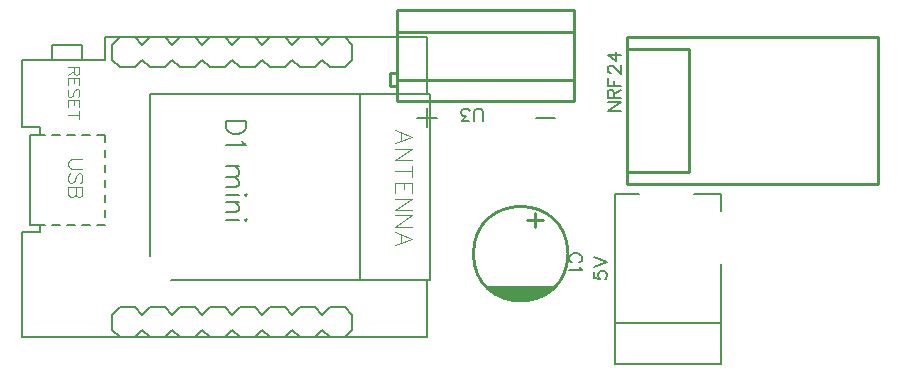
<source format=gto>
G04 Layer: TopSilkscreenLayer*
G04 EasyEDA v6.5.22, 2023-03-16 18:17:56*
G04 154933f4cc8841fba2b3e540ab7d939e,10*
G04 Gerber Generator version 0.2*
G04 Scale: 100 percent, Rotated: No, Reflected: No *
G04 Dimensions in millimeters *
G04 leading zeros omitted , absolute positions ,4 integer and 5 decimal *
%FSLAX45Y45*%
%MOMM*%

%ADD10C,0.2032*%
%ADD11C,0.1524*%
%ADD12C,0.1219*%
%ADD13C,0.1422*%
%ADD14C,0.0813*%
%ADD15C,0.1016*%
%ADD16C,0.2540*%
%ADD17C,0.1270*%
%ADD18C,0.0164*%

%LPD*%
D10*
X4356099Y2088134D02*
G01*
X4522469Y2088134D01*
X3435857Y2171192D02*
G01*
X3435857Y2005076D01*
X3352799Y2088134D02*
G01*
X3519169Y2088134D01*
D11*
X4724907Y861821D02*
G01*
X4735321Y867155D01*
X4745735Y877570D01*
X4750815Y887729D01*
X4750815Y908557D01*
X4745735Y918971D01*
X4735321Y929386D01*
X4724907Y934720D01*
X4709160Y939800D01*
X4683251Y939800D01*
X4667757Y934720D01*
X4657344Y929386D01*
X4646930Y918971D01*
X4641849Y908557D01*
X4641849Y887729D01*
X4646930Y877570D01*
X4657344Y867155D01*
X4667757Y861821D01*
X4729987Y827531D02*
G01*
X4735321Y817118D01*
X4750815Y801623D01*
X4641849Y801623D01*
X4967605Y2144496D02*
G01*
X5076571Y2144496D01*
X4967605Y2144496D02*
G01*
X5076571Y2217394D01*
X4967605Y2217394D02*
G01*
X5076571Y2217394D01*
X4967605Y2251684D02*
G01*
X5076571Y2251684D01*
X4967605Y2251684D02*
G01*
X4967605Y2298420D01*
X4972685Y2313914D01*
X4978019Y2319248D01*
X4988432Y2324328D01*
X4998592Y2324328D01*
X5009006Y2319248D01*
X5014340Y2313914D01*
X5019421Y2298420D01*
X5019421Y2251684D01*
X5019421Y2288006D02*
G01*
X5076571Y2324328D01*
X4967605Y2358618D02*
G01*
X5076571Y2358618D01*
X4967605Y2358618D02*
G01*
X4967605Y2426182D01*
X5019421Y2358618D02*
G01*
X5019421Y2400274D01*
X4993512Y2465552D02*
G01*
X4988432Y2465552D01*
X4978019Y2470886D01*
X4972685Y2475966D01*
X4967605Y2486380D01*
X4967605Y2507208D01*
X4972685Y2517622D01*
X4978019Y2522702D01*
X4988432Y2528036D01*
X4998592Y2528036D01*
X5009006Y2522702D01*
X5024755Y2512288D01*
X5076571Y2460472D01*
X5076571Y2533116D01*
X4967605Y2619476D02*
G01*
X5040248Y2567406D01*
X5040248Y2645384D01*
X4967605Y2619476D02*
G01*
X5076571Y2619476D01*
D12*
X3312160Y1924685D02*
G01*
X3166871Y1980056D01*
X3312160Y1924685D02*
G01*
X3166871Y1869312D01*
X3215385Y1959229D02*
G01*
X3215385Y1889887D01*
X3312160Y1823593D02*
G01*
X3166871Y1823593D01*
X3312160Y1823593D02*
G01*
X3166871Y1726564D01*
X3312160Y1726564D02*
G01*
X3166871Y1726564D01*
X3312160Y1632330D02*
G01*
X3166871Y1632330D01*
X3312160Y1680845D02*
G01*
X3312160Y1583817D01*
X3312160Y1538096D02*
G01*
X3166871Y1538096D01*
X3312160Y1538096D02*
G01*
X3312160Y1447927D01*
X3243071Y1538096D02*
G01*
X3243071Y1482725D01*
X3166871Y1538096D02*
G01*
X3166871Y1447927D01*
X3312160Y1402206D02*
G01*
X3166871Y1402206D01*
X3312160Y1402206D02*
G01*
X3166871Y1305432D01*
X3312160Y1305432D02*
G01*
X3166871Y1305432D01*
X3312160Y1259712D02*
G01*
X3166871Y1259712D01*
X3312160Y1259712D02*
G01*
X3166871Y1162685D01*
X3312160Y1162685D02*
G01*
X3166871Y1162685D01*
X3312160Y1061593D02*
G01*
X3166871Y1116964D01*
X3312160Y1061593D02*
G01*
X3166871Y1005967D01*
X3215385Y1096137D02*
G01*
X3215385Y1026795D01*
D13*
X1902713Y2060067D02*
G01*
X1733042Y2060067D01*
X1902713Y2060067D02*
G01*
X1902713Y2003425D01*
X1894839Y1979295D01*
X1878584Y1963038D01*
X1862327Y1954911D01*
X1838197Y1947037D01*
X1797811Y1947037D01*
X1773427Y1954911D01*
X1757426Y1963038D01*
X1741169Y1979295D01*
X1733042Y2003425D01*
X1733042Y2060067D01*
X1870455Y1893696D02*
G01*
X1878584Y1877440D01*
X1902713Y1853056D01*
X1733042Y1853056D01*
X1846326Y1675256D02*
G01*
X1733042Y1675256D01*
X1813813Y1675256D02*
G01*
X1838197Y1651127D01*
X1846326Y1634870D01*
X1846326Y1610740D01*
X1838197Y1594485D01*
X1813813Y1586356D01*
X1733042Y1586356D01*
X1813813Y1586356D02*
G01*
X1838197Y1562227D01*
X1846326Y1545970D01*
X1846326Y1521840D01*
X1838197Y1505585D01*
X1813813Y1497456D01*
X1733042Y1497456D01*
X1902713Y1444117D02*
G01*
X1894839Y1436243D01*
X1902713Y1428114D01*
X1910842Y1436243D01*
X1902713Y1444117D01*
X1846326Y1436243D02*
G01*
X1733042Y1436243D01*
X1846326Y1374775D02*
G01*
X1733042Y1374775D01*
X1813813Y1374775D02*
G01*
X1838197Y1350390D01*
X1846326Y1334388D01*
X1846326Y1310004D01*
X1838197Y1294003D01*
X1813813Y1285875D01*
X1733042Y1285875D01*
X1902713Y1232535D02*
G01*
X1894839Y1224406D01*
X1902713Y1216279D01*
X1910842Y1224406D01*
X1902713Y1232535D01*
X1846326Y1224406D02*
G01*
X1733042Y1224406D01*
D14*
X492505Y2515996D02*
G01*
X395477Y2515996D01*
X492505Y2515996D02*
G01*
X492505Y2474340D01*
X487679Y2460625D01*
X483107Y2456053D01*
X473963Y2451227D01*
X464819Y2451227D01*
X455421Y2456053D01*
X450850Y2460625D01*
X446277Y2474340D01*
X446277Y2515996D01*
X446277Y2483738D02*
G01*
X395477Y2451227D01*
X492505Y2420746D02*
G01*
X395477Y2420746D01*
X492505Y2420746D02*
G01*
X492505Y2360803D01*
X446277Y2420746D02*
G01*
X446277Y2383917D01*
X395477Y2420746D02*
G01*
X395477Y2360803D01*
X478535Y2265806D02*
G01*
X487679Y2274951D01*
X492505Y2288667D01*
X492505Y2307209D01*
X487679Y2321179D01*
X478535Y2330322D01*
X469392Y2330322D01*
X459994Y2325751D01*
X455421Y2321179D01*
X450850Y2311780D01*
X441705Y2284095D01*
X436879Y2274951D01*
X432307Y2270379D01*
X423163Y2265806D01*
X409194Y2265806D01*
X400050Y2274951D01*
X395477Y2288667D01*
X395477Y2307209D01*
X400050Y2321179D01*
X409194Y2330322D01*
X492505Y2235327D02*
G01*
X395477Y2235327D01*
X492505Y2235327D02*
G01*
X492505Y2175129D01*
X446277Y2235327D02*
G01*
X446277Y2198243D01*
X395477Y2235327D02*
G01*
X395477Y2175129D01*
X492505Y2112390D02*
G01*
X395477Y2112390D01*
X492505Y2144648D02*
G01*
X492505Y2080132D01*
D15*
X518160Y1734946D02*
G01*
X431545Y1734946D01*
X414019Y1729104D01*
X402589Y1717675D01*
X396747Y1700403D01*
X396747Y1688719D01*
X402589Y1671446D01*
X414019Y1660017D01*
X431545Y1654175D01*
X518160Y1654175D01*
X500634Y1535303D02*
G01*
X512318Y1546732D01*
X518160Y1564004D01*
X518160Y1587119D01*
X512318Y1604390D01*
X500634Y1616075D01*
X489203Y1616075D01*
X477519Y1610232D01*
X471931Y1604390D01*
X466089Y1592961D01*
X454660Y1558417D01*
X448818Y1546732D01*
X442976Y1540890D01*
X431545Y1535303D01*
X414019Y1535303D01*
X402589Y1546732D01*
X396747Y1564004D01*
X396747Y1587119D01*
X402589Y1604390D01*
X414019Y1616075D01*
X518160Y1497203D02*
G01*
X396747Y1497203D01*
X518160Y1497203D02*
G01*
X518160Y1445132D01*
X512318Y1427861D01*
X506476Y1422019D01*
X495045Y1416177D01*
X483361Y1416177D01*
X471931Y1422019D01*
X466089Y1427861D01*
X460247Y1445132D01*
X460247Y1497203D02*
G01*
X460247Y1445132D01*
X454660Y1427861D01*
X448818Y1422019D01*
X437134Y1416177D01*
X419861Y1416177D01*
X408431Y1422019D01*
X402589Y1427861D01*
X396747Y1445132D01*
X396747Y1497203D01*
D11*
X4851298Y781456D02*
G01*
X4851298Y729386D01*
X4898034Y724306D01*
X4892700Y729386D01*
X4887620Y745134D01*
X4887620Y760628D01*
X4892700Y776376D01*
X4903114Y786536D01*
X4918862Y791870D01*
X4929276Y791870D01*
X4944770Y786536D01*
X4955184Y776376D01*
X4960264Y760628D01*
X4960264Y745134D01*
X4955184Y729386D01*
X4949850Y724306D01*
X4939690Y719226D01*
X4851298Y826160D02*
G01*
X4960264Y867816D01*
X4851298Y909218D02*
G01*
X4960264Y867816D01*
X3907789Y2056384D02*
G01*
X3907789Y2134362D01*
X3902710Y2149855D01*
X3892296Y2160270D01*
X3876548Y2165350D01*
X3866133Y2165350D01*
X3850639Y2160270D01*
X3840226Y2149855D01*
X3835146Y2134362D01*
X3835146Y2056384D01*
X3790442Y2056384D02*
G01*
X3733292Y2056384D01*
X3764280Y2098039D01*
X3748785Y2098039D01*
X3738371Y2103120D01*
X3733292Y2108200D01*
X3727957Y2123947D01*
X3727957Y2134362D01*
X3733292Y2149855D01*
X3743705Y2160270D01*
X3759199Y2165350D01*
X3774694Y2165350D01*
X3790442Y2160270D01*
X3795521Y2155189D01*
X3800855Y2144776D01*
G36*
X3929075Y664819D02*
G01*
X3943096Y652068D01*
X3957574Y639927D01*
X3972610Y628446D01*
X3988155Y617626D01*
X4004106Y607517D01*
X4020515Y598068D01*
X4037329Y589381D01*
X4054449Y581406D01*
X4071924Y574192D01*
X4089704Y567740D01*
X4107789Y562051D01*
X4126026Y557174D01*
X4144518Y553110D01*
X4163161Y549808D01*
X4181906Y547370D01*
X4200753Y545744D01*
X4219651Y544880D01*
X4238548Y544880D01*
X4257446Y545744D01*
X4276293Y547370D01*
X4295038Y549808D01*
X4313682Y553110D01*
X4332173Y557174D01*
X4350410Y562051D01*
X4368495Y567740D01*
X4386275Y574192D01*
X4403750Y581406D01*
X4420870Y589381D01*
X4437684Y598068D01*
X4454093Y607517D01*
X4470044Y617626D01*
X4485589Y628446D01*
X4500626Y639927D01*
X4515104Y652068D01*
X4529074Y664819D01*
G37*
D16*
X4349099Y1159799D02*
G01*
X4349099Y1284259D01*
X4281789Y1222029D02*
G01*
X4416409Y1222029D01*
X7251484Y2772219D02*
G01*
X5131480Y2772219D01*
X5651466Y2667226D02*
G01*
X5651466Y1627228D01*
X5131480Y1627228D01*
X5131480Y2667226D01*
X5651466Y2667226D01*
X5131480Y1522219D02*
G01*
X7251486Y1522219D01*
X5131478Y1522219D02*
G01*
X5131478Y2772219D01*
X7251484Y2772222D02*
G01*
X7251484Y1522221D01*
D17*
X1977389Y2769996D02*
G01*
X2040889Y2706496D01*
X2104389Y2769996D01*
X2231389Y2769996D01*
X2294889Y2706496D01*
X2358389Y2769996D01*
X2485389Y2769996D01*
X2548889Y2706496D01*
X2612389Y2769996D01*
X2739389Y2769996D01*
X2802889Y2706496D01*
X2802889Y2579496D01*
X2739389Y2515996D01*
X2612389Y2515996D01*
X2548889Y2579496D01*
X2485389Y2515996D01*
X2358389Y2515996D01*
X2294889Y2579496D01*
X2231389Y2515996D01*
X2104389Y2515996D01*
X2040889Y2579496D01*
X1977389Y2515996D01*
X1850389Y2515996D01*
X1786889Y2579496D01*
X1723389Y2515996D01*
X1596389Y2515996D01*
X1532889Y2579496D01*
X1469389Y2515996D01*
X1342389Y2515996D01*
X1278889Y2579496D01*
X1215389Y2515996D01*
X1088389Y2515996D01*
X1024889Y2579496D01*
X961389Y2515996D01*
X834389Y2515996D01*
X770889Y2579496D01*
X770889Y2706496D01*
X834389Y2769996D01*
X1850389Y2769996D02*
G01*
X1786889Y2706496D01*
X1723389Y2769996D01*
X1596389Y2769996D02*
G01*
X1532889Y2706496D01*
X1469389Y2769996D01*
X1342389Y2769996D02*
G01*
X1278889Y2706496D01*
X1215389Y2769996D01*
X1088389Y2769996D02*
G01*
X1024889Y2706496D01*
X961389Y2769996D01*
X2739389Y2769996D02*
G01*
X3437889Y2769996D01*
X3437889Y2287396D01*
X2866389Y2287396D01*
X2866389Y712596D01*
X1266189Y712596D01*
X2866389Y712596D02*
G01*
X3437889Y712596D01*
X3437889Y229996D01*
X2739389Y229996D01*
X2612389Y229996D01*
X2485389Y229996D01*
X2358389Y229996D01*
X2231389Y229996D01*
X2104389Y229996D01*
X8889Y229996D01*
X8889Y1118996D01*
X161289Y1118996D01*
X161289Y1182496D01*
X199389Y1182496D01*
X2231389Y2769996D02*
G01*
X2358389Y2769996D01*
X2485389Y2769996D02*
G01*
X2612389Y2769996D01*
X2104389Y229996D02*
G01*
X2040889Y293496D01*
X1977389Y229996D01*
X1850389Y229996D02*
G01*
X1786889Y293496D01*
X1723389Y229996D01*
X1596389Y229996D02*
G01*
X1532889Y293496D01*
X1469389Y229996D01*
X1342389Y229996D02*
G01*
X1278889Y293496D01*
X1215389Y229996D01*
X1088389Y229996D02*
G01*
X1024889Y293496D01*
X961389Y229996D01*
X834389Y229996D02*
G01*
X770889Y293496D01*
X770889Y420496D01*
X834389Y483996D01*
X961389Y483996D01*
X1024889Y420496D01*
X1088389Y483996D01*
X1215389Y483996D01*
X1278889Y420496D01*
X1342389Y483996D01*
X1469389Y483996D01*
X1532889Y420496D01*
X1596389Y483996D01*
X1723389Y483996D01*
X1786889Y420496D01*
X1850389Y483996D01*
X1977389Y483996D01*
X2040889Y420496D01*
X2104389Y483996D01*
X2231389Y483996D01*
X2294889Y420496D01*
X2358389Y483996D01*
X2485389Y483996D01*
X2548889Y420496D01*
X2612389Y483996D01*
X2739389Y483996D01*
X2802889Y420496D01*
X2802889Y293496D01*
X2739389Y229996D01*
X2612389Y229996D02*
G01*
X2548889Y293496D01*
X2485389Y229996D01*
X2358389Y229996D02*
G01*
X2294889Y293496D01*
X2231389Y229996D01*
X2104389Y2769996D02*
G01*
X707389Y2769996D01*
X707389Y2579496D01*
X516889Y2579496D01*
X262889Y2579496D01*
X8889Y2579496D01*
X8889Y2007996D01*
X161289Y2007996D01*
X161289Y1944496D01*
X199389Y1944496D01*
X516889Y2579496D02*
G01*
X516889Y2706496D01*
X262889Y2706496D01*
X262889Y2579496D01*
X161289Y1944496D02*
G01*
X72389Y1944496D01*
X72389Y1182496D01*
X161289Y1182496D01*
X707389Y1880996D02*
G01*
X707389Y1944496D01*
X643889Y1944496D01*
X580389Y1944496D02*
G01*
X516889Y1944496D01*
X453389Y1944496D02*
G01*
X389889Y1944496D01*
X326389Y1944496D02*
G01*
X262889Y1944496D01*
X707389Y1817496D02*
G01*
X707389Y1753996D01*
X707389Y1690496D02*
G01*
X707389Y1626996D01*
X707389Y1563496D02*
G01*
X707389Y1499996D01*
X707389Y1436496D02*
G01*
X707389Y1372996D01*
X707389Y1309496D02*
G01*
X707389Y1245996D01*
X707389Y1182496D02*
G01*
X643889Y1182496D01*
X580389Y1182496D02*
G01*
X516889Y1182496D01*
X453389Y1182496D02*
G01*
X389889Y1182496D01*
X326389Y1182496D02*
G01*
X262889Y1182496D01*
X3437889Y2287396D02*
G01*
X3463289Y2287396D01*
X3463289Y712596D01*
X3437889Y712596D01*
X2866389Y2287396D02*
G01*
X1088389Y2287396D01*
X1088389Y915796D01*
X5024589Y349498D02*
G01*
X5924588Y349498D01*
X5234589Y1444500D02*
G01*
X5024589Y1444500D01*
X5024589Y-500D01*
X5924588Y-500D01*
X5924588Y849500D01*
X5699589Y1444500D02*
G01*
X5924588Y1444500D01*
X5924588Y1299499D01*
D16*
X4683191Y2228900D02*
G01*
X3183188Y2228900D01*
X3183188Y2228900D02*
G01*
X3183188Y2998899D01*
X4683191Y2228900D02*
G01*
X4683191Y2998899D01*
X4683191Y2998899D02*
G01*
X3183188Y2998899D01*
X4683191Y2408844D02*
G01*
X3183188Y2408844D01*
X4683191Y2813362D02*
G01*
X3183188Y2813362D01*
X3183188Y2359738D02*
G01*
X3120389Y2359738D01*
X3120389Y2463800D01*
X3183188Y2463800D01*
G75*
G01*
X4629150Y939546D02*
G03*
X4629150Y932434I-399984J-3556D01*
M02*

</source>
